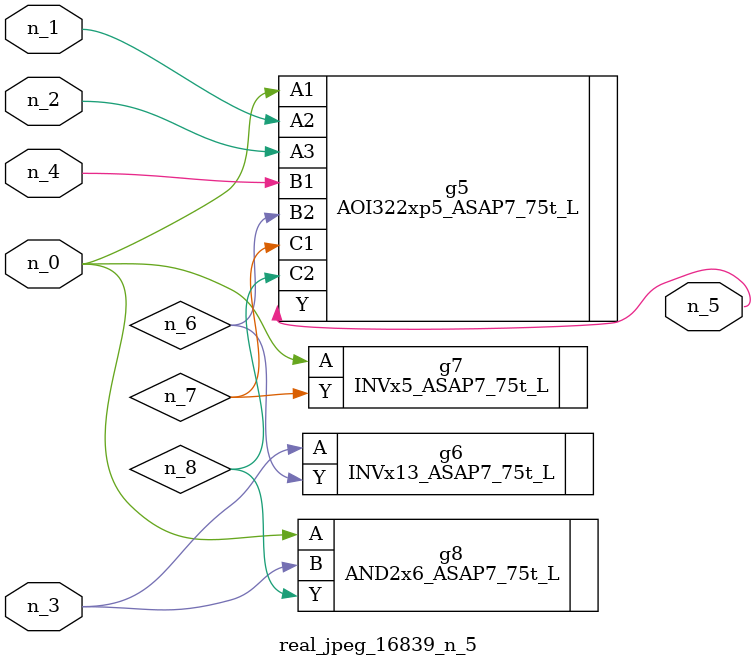
<source format=v>
module real_jpeg_16839_n_5 (n_4, n_0, n_1, n_2, n_3, n_5);

input n_4;
input n_0;
input n_1;
input n_2;
input n_3;

output n_5;

wire n_8;
wire n_6;
wire n_7;

AOI322xp5_ASAP7_75t_L g5 ( 
.A1(n_0),
.A2(n_1),
.A3(n_2),
.B1(n_4),
.B2(n_6),
.C1(n_7),
.C2(n_8),
.Y(n_5)
);

INVx5_ASAP7_75t_L g7 ( 
.A(n_0),
.Y(n_7)
);

AND2x6_ASAP7_75t_L g8 ( 
.A(n_0),
.B(n_3),
.Y(n_8)
);

INVx13_ASAP7_75t_L g6 ( 
.A(n_3),
.Y(n_6)
);


endmodule
</source>
